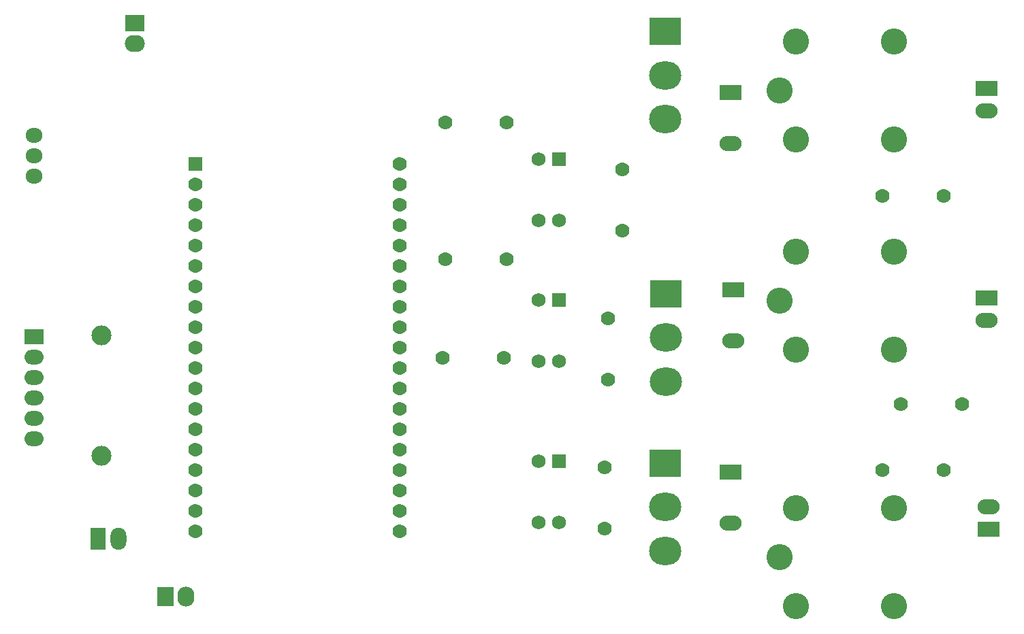
<source format=gts>
G04*
G04 #@! TF.GenerationSoftware,Altium Limited,Altium Designer,23.1.1 (15)*
G04*
G04 Layer_Color=8388736*
%FSLAX44Y44*%
%MOMM*%
G71*
G04*
G04 #@! TF.SameCoordinates,535EB812-C22A-4054-9E8E-735DEE857C18*
G04*
G04*
G04 #@! TF.FilePolarity,Negative*
G04*
G01*
G75*
%ADD16R,2.1082X2.4892*%
%ADD17O,2.1082X2.4892*%
%ADD18O,4.0132X3.5052*%
%ADD19R,4.0132X3.5052*%
%ADD20R,2.7432X1.8542*%
%ADD21O,2.7432X1.8542*%
%ADD22C,3.2512*%
%ADD23O,2.4892X2.1082*%
%ADD24R,2.4892X2.1082*%
%ADD25R,1.7632X1.7632*%
%ADD26C,1.7632*%
%ADD27O,2.1082X1.8542*%
%ADD28C,2.4892*%
%ADD29O,2.3622X1.8542*%
%ADD30R,2.3622X1.8542*%
%ADD31O,1.9812X2.7432*%
%ADD32R,1.9812X2.7432*%
%ADD33C,1.7780*%
%ADD34R,1.7272X1.7272*%
%ADD35C,1.7272*%
D16*
X275590Y66040D02*
D03*
D17*
X300990D02*
D03*
D18*
X897890Y334010D02*
D03*
Y388620D02*
D03*
X896620Y177800D02*
D03*
Y123190D02*
D03*
Y715010D02*
D03*
Y660400D02*
D03*
D19*
X897890Y443230D02*
D03*
X896620Y232410D02*
D03*
Y769620D02*
D03*
D20*
X981710Y448310D02*
D03*
X1296670Y438150D02*
D03*
X977900Y220980D02*
D03*
Y693420D02*
D03*
X1299210Y149860D02*
D03*
X1296670Y698500D02*
D03*
D21*
X981710Y384810D02*
D03*
X1296670Y410210D02*
D03*
X977900Y157480D02*
D03*
Y629920D02*
D03*
X1299210Y177800D02*
D03*
X1296670Y670560D02*
D03*
D22*
X1059100Y495300D02*
D03*
X1181100Y373380D02*
D03*
X1039100Y434340D02*
D03*
X1181100Y495300D02*
D03*
X1059100Y373380D02*
D03*
X1059180Y176530D02*
D03*
X1181180Y54610D02*
D03*
X1039180Y115570D02*
D03*
X1181180Y176530D02*
D03*
X1059180Y54610D02*
D03*
X1059100Y756920D02*
D03*
X1181100Y635000D02*
D03*
X1039100Y695960D02*
D03*
X1181100Y756920D02*
D03*
X1059100Y635000D02*
D03*
D23*
X237490Y754380D02*
D03*
D24*
Y779780D02*
D03*
D25*
X312420Y604520D02*
D03*
D26*
Y579120D02*
D03*
Y147320D02*
D03*
Y553720D02*
D03*
Y528320D02*
D03*
Y502920D02*
D03*
Y477520D02*
D03*
Y452120D02*
D03*
Y426720D02*
D03*
Y401320D02*
D03*
Y375920D02*
D03*
Y350520D02*
D03*
Y325120D02*
D03*
Y299720D02*
D03*
Y274320D02*
D03*
Y248920D02*
D03*
Y223520D02*
D03*
Y198120D02*
D03*
Y172720D02*
D03*
X566420Y604520D02*
D03*
Y579120D02*
D03*
Y553720D02*
D03*
Y528320D02*
D03*
Y502920D02*
D03*
Y477520D02*
D03*
Y452120D02*
D03*
Y426720D02*
D03*
Y401320D02*
D03*
Y375920D02*
D03*
Y350520D02*
D03*
Y325120D02*
D03*
Y299720D02*
D03*
Y274320D02*
D03*
Y248920D02*
D03*
Y223520D02*
D03*
Y198120D02*
D03*
Y172720D02*
D03*
Y147320D02*
D03*
D27*
X111760Y639826D02*
D03*
Y614934D02*
D03*
Y589280D02*
D03*
D28*
X195580Y391300D02*
D03*
Y241300D02*
D03*
D29*
X111760Y288290D02*
D03*
Y364490D02*
D03*
Y339090D02*
D03*
Y313690D02*
D03*
Y262890D02*
D03*
D30*
Y389890D02*
D03*
D31*
X217170Y138430D02*
D03*
D32*
X191770D02*
D03*
D33*
X623570Y486410D02*
D03*
X699770D02*
D03*
X1189990Y306070D02*
D03*
X1266190D02*
D03*
X825500Y412750D02*
D03*
Y336550D02*
D03*
X619760Y363220D02*
D03*
X695960D02*
D03*
X623570Y656590D02*
D03*
X699770D02*
D03*
X1243330Y223520D02*
D03*
X1167130D02*
D03*
X821690Y227330D02*
D03*
Y151130D02*
D03*
X1243330Y565150D02*
D03*
X1167130D02*
D03*
X843280Y598170D02*
D03*
Y521970D02*
D03*
D34*
X764540Y435610D02*
D03*
Y234950D02*
D03*
Y610870D02*
D03*
D35*
X739140Y435610D02*
D03*
Y359410D02*
D03*
X764540D02*
D03*
X739140Y234950D02*
D03*
Y158750D02*
D03*
X764540D02*
D03*
X739140Y610870D02*
D03*
Y534670D02*
D03*
X764540D02*
D03*
M02*

</source>
